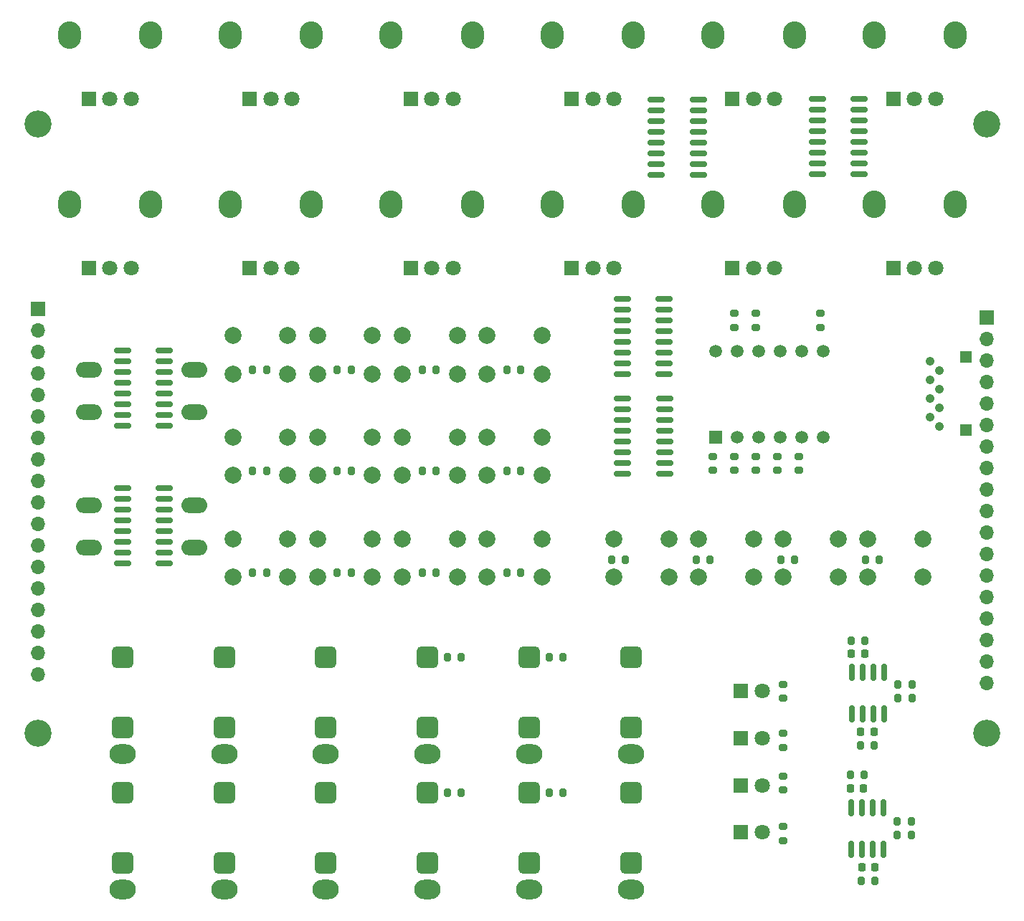
<source format=gbr>
%TF.GenerationSoftware,KiCad,Pcbnew,7.0.2*%
%TF.CreationDate,2023-08-30T17:10:08+01:00*%
%TF.ProjectId,dk2_02_top,646b325f-3032-45f7-946f-702e6b696361,rev?*%
%TF.SameCoordinates,Original*%
%TF.FileFunction,Soldermask,Bot*%
%TF.FilePolarity,Negative*%
%FSLAX46Y46*%
G04 Gerber Fmt 4.6, Leading zero omitted, Abs format (unit mm)*
G04 Created by KiCad (PCBNEW 7.0.2) date 2023-08-30 17:10:08*
%MOMM*%
%LPD*%
G01*
G04 APERTURE LIST*
G04 Aperture macros list*
%AMRoundRect*
0 Rectangle with rounded corners*
0 $1 Rounding radius*
0 $2 $3 $4 $5 $6 $7 $8 $9 X,Y pos of 4 corners*
0 Add a 4 corners polygon primitive as box body*
4,1,4,$2,$3,$4,$5,$6,$7,$8,$9,$2,$3,0*
0 Add four circle primitives for the rounded corners*
1,1,$1+$1,$2,$3*
1,1,$1+$1,$4,$5*
1,1,$1+$1,$6,$7*
1,1,$1+$1,$8,$9*
0 Add four rect primitives between the rounded corners*
20,1,$1+$1,$2,$3,$4,$5,0*
20,1,$1+$1,$4,$5,$6,$7,0*
20,1,$1+$1,$6,$7,$8,$9,0*
20,1,$1+$1,$8,$9,$2,$3,0*%
G04 Aperture macros list end*
%ADD10C,2.000000*%
%ADD11O,2.720000X3.240000*%
%ADD12R,1.800000X1.800000*%
%ADD13C,1.800000*%
%ADD14O,3.100000X2.300000*%
%ADD15RoundRect,0.650000X-0.650000X-0.650000X0.650000X-0.650000X0.650000X0.650000X-0.650000X0.650000X0*%
%ADD16C,3.200000*%
%ADD17R,1.500000X1.500000*%
%ADD18C,1.500000*%
%ADD19C,1.050000*%
%ADD20R,1.350000X1.350000*%
%ADD21O,3.048000X1.850000*%
%ADD22RoundRect,0.200000X0.200000X0.275000X-0.200000X0.275000X-0.200000X-0.275000X0.200000X-0.275000X0*%
%ADD23RoundRect,0.200000X-0.275000X0.200000X-0.275000X-0.200000X0.275000X-0.200000X0.275000X0.200000X0*%
%ADD24R,1.700000X1.700000*%
%ADD25O,1.700000X1.700000*%
%ADD26RoundRect,0.200000X0.275000X-0.200000X0.275000X0.200000X-0.275000X0.200000X-0.275000X-0.200000X0*%
%ADD27RoundRect,0.150000X0.825000X0.150000X-0.825000X0.150000X-0.825000X-0.150000X0.825000X-0.150000X0*%
%ADD28RoundRect,0.200000X-0.200000X-0.275000X0.200000X-0.275000X0.200000X0.275000X-0.200000X0.275000X0*%
%ADD29RoundRect,0.225000X0.225000X0.250000X-0.225000X0.250000X-0.225000X-0.250000X0.225000X-0.250000X0*%
%ADD30RoundRect,0.150000X-0.150000X0.825000X-0.150000X-0.825000X0.150000X-0.825000X0.150000X0.825000X0*%
G04 APERTURE END LIST*
D10*
%TO.C,SW4*%
X107000000Y-81000000D03*
X113500000Y-81000000D03*
X107000000Y-85500000D03*
X113500000Y-85500000D03*
%TD*%
%TO.C,SW10*%
X127000000Y-93000000D03*
X133500000Y-93000000D03*
X127000000Y-97500000D03*
X133500000Y-97500000D03*
%TD*%
D11*
%TO.C,RV3*%
X115700000Y-45500000D03*
X125300000Y-45500000D03*
D12*
X118000000Y-53000000D03*
D13*
X120500000Y-53000000D03*
X123000000Y-53000000D03*
%TD*%
D14*
%TO.C,J2*%
X96000000Y-130400000D03*
D15*
X96000000Y-119000000D03*
X96000000Y-127300000D03*
%TD*%
D14*
%TO.C,J13*%
X132000000Y-130400000D03*
D15*
X132000000Y-119000000D03*
X132000000Y-127300000D03*
%TD*%
D11*
%TO.C,RV8*%
X134700000Y-65500000D03*
X144300000Y-65500000D03*
D12*
X137000000Y-73000000D03*
D13*
X139500000Y-73000000D03*
X142000000Y-73000000D03*
%TD*%
D14*
%TO.C,J12*%
X120000000Y-130400000D03*
D15*
X120000000Y-119000000D03*
X120000000Y-127300000D03*
%TD*%
D10*
%TO.C,SW3*%
X97000000Y-81000000D03*
X103500000Y-81000000D03*
X97000000Y-85500000D03*
X103500000Y-85500000D03*
%TD*%
D16*
%TO.C,H1*%
X74000000Y-56000000D03*
%TD*%
D14*
%TO.C,J11*%
X144000000Y-146400000D03*
D15*
X144000000Y-135000000D03*
X144000000Y-143300000D03*
%TD*%
D11*
%TO.C,RV4*%
X134700000Y-45500000D03*
X144300000Y-45500000D03*
D12*
X137000000Y-53000000D03*
D13*
X139500000Y-53000000D03*
X142000000Y-53000000D03*
%TD*%
D11*
%TO.C,RV1*%
X77700000Y-45500000D03*
X87300000Y-45500000D03*
D12*
X80000000Y-53000000D03*
D13*
X82500000Y-53000000D03*
X85000000Y-53000000D03*
%TD*%
D11*
%TO.C,RV10*%
X172700000Y-45500000D03*
X182300000Y-45500000D03*
D12*
X175000000Y-53000000D03*
D13*
X177500000Y-53000000D03*
X180000000Y-53000000D03*
%TD*%
D14*
%TO.C,J4*%
X84000000Y-130400000D03*
D15*
X84000000Y-119000000D03*
X84000000Y-127300000D03*
%TD*%
D14*
%TO.C,J14*%
X120000000Y-146400000D03*
D15*
X120000000Y-135000000D03*
X120000000Y-143300000D03*
%TD*%
D14*
%TO.C,J15*%
X132000000Y-146400000D03*
D15*
X132000000Y-135000000D03*
X132000000Y-143300000D03*
%TD*%
D10*
%TO.C,SW5*%
X117000000Y-81000000D03*
X123500000Y-81000000D03*
X117000000Y-85500000D03*
X123500000Y-85500000D03*
%TD*%
%TO.C,SW8*%
X107000000Y-93000000D03*
X113500000Y-93000000D03*
X107000000Y-97500000D03*
X113500000Y-97500000D03*
%TD*%
D11*
%TO.C,RV7*%
X115700000Y-65500000D03*
X125300000Y-65500000D03*
D12*
X118000000Y-73000000D03*
D13*
X120500000Y-73000000D03*
X123000000Y-73000000D03*
%TD*%
D17*
%TO.C,U3*%
X154000000Y-93000000D03*
D18*
X156540000Y-93000000D03*
X159080000Y-93000000D03*
X161620000Y-93000000D03*
X164160000Y-93000000D03*
X166700000Y-93000000D03*
X166700000Y-82840000D03*
X164160000Y-82840000D03*
X161620000Y-82840000D03*
X159080000Y-82840000D03*
X156540000Y-82840000D03*
X154000000Y-82840000D03*
%TD*%
D19*
%TO.C,J6*%
X180400000Y-91700000D03*
X179300000Y-90600000D03*
X180400000Y-89500000D03*
X179300000Y-88400000D03*
X180400000Y-87300000D03*
X179300000Y-86200000D03*
X180400000Y-85100000D03*
X179300000Y-84000000D03*
D20*
X183570000Y-92150000D03*
X183570000Y-83550000D03*
%TD*%
D12*
%TO.C,D3*%
X157000000Y-134100000D03*
D13*
X159540000Y-134100000D03*
%TD*%
D11*
%TO.C,RV11*%
X153700000Y-65500000D03*
X163300000Y-65500000D03*
D12*
X156000000Y-73000000D03*
D13*
X158500000Y-73000000D03*
X161000000Y-73000000D03*
%TD*%
D11*
%TO.C,RV9*%
X153700000Y-45500000D03*
X163300000Y-45500000D03*
D12*
X156000000Y-53000000D03*
D13*
X158500000Y-53000000D03*
X161000000Y-53000000D03*
%TD*%
D14*
%TO.C,J8*%
X96000000Y-146400000D03*
D15*
X96000000Y-135000000D03*
X96000000Y-143300000D03*
%TD*%
D10*
%TO.C,SW17*%
X162000000Y-105000000D03*
X168500000Y-105000000D03*
X162000000Y-109500000D03*
X168500000Y-109500000D03*
%TD*%
%TO.C,SW15*%
X142000000Y-105000000D03*
X148500000Y-105000000D03*
X142000000Y-109500000D03*
X148500000Y-109500000D03*
%TD*%
D16*
%TO.C,H2*%
X186000000Y-56000000D03*
%TD*%
D10*
%TO.C,SW9*%
X117000000Y-93000000D03*
X123500000Y-93000000D03*
X117000000Y-97500000D03*
X123500000Y-97500000D03*
%TD*%
D12*
%TO.C,D2*%
X157000000Y-128550000D03*
D13*
X159540000Y-128550000D03*
%TD*%
D12*
%TO.C,D1*%
X157000000Y-123000000D03*
D13*
X159540000Y-123000000D03*
%TD*%
D10*
%TO.C,SW12*%
X107000000Y-105000000D03*
X113500000Y-105000000D03*
X107000000Y-109500000D03*
X113500000Y-109500000D03*
%TD*%
D14*
%TO.C,J5*%
X144000000Y-130400000D03*
D15*
X144000000Y-119000000D03*
X144000000Y-127300000D03*
%TD*%
D10*
%TO.C,SW14*%
X127000000Y-105000000D03*
X133500000Y-105000000D03*
X127000000Y-109500000D03*
X133500000Y-109500000D03*
%TD*%
D16*
%TO.C,H3*%
X74000000Y-128000000D03*
%TD*%
D12*
%TO.C,D4*%
X157000000Y-139650000D03*
D13*
X159540000Y-139650000D03*
%TD*%
D10*
%TO.C,SW6*%
X127000000Y-81000000D03*
X133500000Y-81000000D03*
X127000000Y-85500000D03*
X133500000Y-85500000D03*
%TD*%
D11*
%TO.C,RV12*%
X172700000Y-65500000D03*
X182300000Y-65500000D03*
D12*
X175000000Y-73000000D03*
D13*
X177500000Y-73000000D03*
X180000000Y-73000000D03*
%TD*%
D16*
%TO.C,H4*%
X186000000Y-128000000D03*
%TD*%
D14*
%TO.C,J9*%
X108000000Y-146400000D03*
D15*
X108000000Y-135000000D03*
X108000000Y-143300000D03*
%TD*%
D11*
%TO.C,RV6*%
X96700000Y-65500000D03*
X106300000Y-65500000D03*
D12*
X99000000Y-73000000D03*
D13*
X101500000Y-73000000D03*
X104000000Y-73000000D03*
%TD*%
D21*
%TO.C,SW1*%
X80000000Y-85000000D03*
X92500000Y-85000000D03*
X80000000Y-90000000D03*
X92500000Y-90000000D03*
%TD*%
D10*
%TO.C,SW11*%
X97000000Y-105000000D03*
X103500000Y-105000000D03*
X97000000Y-109500000D03*
X103500000Y-109500000D03*
%TD*%
D14*
%TO.C,J3*%
X108000000Y-130400000D03*
D15*
X108000000Y-119000000D03*
X108000000Y-127300000D03*
%TD*%
D11*
%TO.C,RV5*%
X77700000Y-65500000D03*
X87300000Y-65500000D03*
D12*
X80000000Y-73000000D03*
D13*
X82500000Y-73000000D03*
X85000000Y-73000000D03*
%TD*%
D10*
%TO.C,SW7*%
X97000000Y-93000000D03*
X103500000Y-93000000D03*
X97000000Y-97500000D03*
X103500000Y-97500000D03*
%TD*%
D11*
%TO.C,RV2*%
X96700000Y-45500000D03*
X106300000Y-45500000D03*
D12*
X99000000Y-53000000D03*
D13*
X101500000Y-53000000D03*
X104000000Y-53000000D03*
%TD*%
D10*
%TO.C,SW13*%
X117000000Y-105000000D03*
X123500000Y-105000000D03*
X117000000Y-109500000D03*
X123500000Y-109500000D03*
%TD*%
%TO.C,SW18*%
X172000000Y-105000000D03*
X178500000Y-105000000D03*
X172000000Y-109500000D03*
X178500000Y-109500000D03*
%TD*%
D14*
%TO.C,J10*%
X84000000Y-146400000D03*
D15*
X84000000Y-135000000D03*
X84000000Y-143300000D03*
%TD*%
D21*
%TO.C,SW2*%
X80000000Y-101000000D03*
X92500000Y-101000000D03*
X80000000Y-106000000D03*
X92500000Y-106000000D03*
%TD*%
D10*
%TO.C,SW16*%
X152000000Y-105000000D03*
X158500000Y-105000000D03*
X152000000Y-109500000D03*
X158500000Y-109500000D03*
%TD*%
D22*
%TO.C,R27*%
X163350000Y-107500000D03*
X161700000Y-107500000D03*
%TD*%
%TO.C,R29*%
X177100000Y-138400000D03*
X175450000Y-138400000D03*
%TD*%
D23*
%TO.C,R1*%
X162000000Y-122175000D03*
X162000000Y-123825000D03*
%TD*%
D22*
%TO.C,R17*%
X101000000Y-97000000D03*
X99350000Y-97000000D03*
%TD*%
%TO.C,R18*%
X111000000Y-97000000D03*
X109350000Y-97000000D03*
%TD*%
D24*
%TO.C,J1*%
X74000000Y-77820000D03*
D25*
X74000000Y-80360000D03*
X74000000Y-82900000D03*
X74000000Y-85440000D03*
X74000000Y-87980000D03*
X74000000Y-90520000D03*
X74000000Y-93060000D03*
X74000000Y-95600000D03*
X74000000Y-98140000D03*
X74000000Y-100680000D03*
X74000000Y-103220000D03*
X74000000Y-105760000D03*
X74000000Y-108300000D03*
X74000000Y-110840000D03*
X74000000Y-113380000D03*
X74000000Y-115920000D03*
X74000000Y-118460000D03*
X74000000Y-121000000D03*
%TD*%
D23*
%TO.C,R8*%
X156210000Y-95250000D03*
X156210000Y-96900000D03*
%TD*%
D22*
%TO.C,R13*%
X101000000Y-85000000D03*
X99350000Y-85000000D03*
%TD*%
%TO.C,R35*%
X177200000Y-122200000D03*
X175550000Y-122200000D03*
%TD*%
D26*
%TO.C,R6*%
X166370000Y-80010000D03*
X166370000Y-78360000D03*
%TD*%
D24*
%TO.C,J7*%
X186000000Y-78820000D03*
D25*
X186000000Y-81360000D03*
X186000000Y-83900000D03*
X186000000Y-86440000D03*
X186000000Y-88980000D03*
X186000000Y-91520000D03*
X186000000Y-94060000D03*
X186000000Y-96600000D03*
X186000000Y-99140000D03*
X186000000Y-101680000D03*
X186000000Y-104220000D03*
X186000000Y-106760000D03*
X186000000Y-109300000D03*
X186000000Y-111840000D03*
X186000000Y-114380000D03*
X186000000Y-116920000D03*
X186000000Y-119460000D03*
X186000000Y-122000000D03*
%TD*%
D23*
%TO.C,R9*%
X153670000Y-95250000D03*
X153670000Y-96900000D03*
%TD*%
D22*
%TO.C,R26*%
X153350000Y-107500000D03*
X151700000Y-107500000D03*
%TD*%
D27*
%TO.C,U6*%
X151950000Y-53110000D03*
X151950000Y-54380000D03*
X151950000Y-55650000D03*
X151950000Y-56920000D03*
X151950000Y-58190000D03*
X151950000Y-59460000D03*
X151950000Y-60730000D03*
X151950000Y-62000000D03*
X147000000Y-62000000D03*
X147000000Y-60730000D03*
X147000000Y-59460000D03*
X147000000Y-58190000D03*
X147000000Y-56920000D03*
X147000000Y-55650000D03*
X147000000Y-54380000D03*
X147000000Y-53110000D03*
%TD*%
D26*
%TO.C,R5*%
X156210000Y-80010000D03*
X156210000Y-78360000D03*
%TD*%
D27*
%TO.C,U1*%
X147950000Y-76650000D03*
X147950000Y-77920000D03*
X147950000Y-79190000D03*
X147950000Y-80460000D03*
X147950000Y-81730000D03*
X147950000Y-83000000D03*
X147950000Y-84270000D03*
X147950000Y-85540000D03*
X143000000Y-85540000D03*
X143000000Y-84270000D03*
X143000000Y-83000000D03*
X143000000Y-81730000D03*
X143000000Y-80460000D03*
X143000000Y-79190000D03*
X143000000Y-77920000D03*
X143000000Y-76650000D03*
%TD*%
D28*
%TO.C,R30*%
X122350000Y-119000000D03*
X124000000Y-119000000D03*
%TD*%
%TO.C,R36*%
X122350000Y-135000000D03*
X124000000Y-135000000D03*
%TD*%
D22*
%TO.C,R20*%
X131000000Y-97000000D03*
X129350000Y-97000000D03*
%TD*%
D23*
%TO.C,R7*%
X161290000Y-95250000D03*
X161290000Y-96900000D03*
%TD*%
%TO.C,R4*%
X162000000Y-139000000D03*
X162000000Y-140650000D03*
%TD*%
%TO.C,R12*%
X158750000Y-95250000D03*
X158750000Y-96900000D03*
%TD*%
D29*
%TO.C,C4*%
X172700000Y-127800000D03*
X171150000Y-127800000D03*
%TD*%
D22*
%TO.C,R16*%
X131000000Y-85000000D03*
X129350000Y-85000000D03*
%TD*%
D27*
%TO.C,U4*%
X88950000Y-82730000D03*
X88950000Y-84000000D03*
X88950000Y-85270000D03*
X88950000Y-86540000D03*
X88950000Y-87810000D03*
X88950000Y-89080000D03*
X88950000Y-90350000D03*
X88950000Y-91620000D03*
X84000000Y-91620000D03*
X84000000Y-90350000D03*
X84000000Y-89080000D03*
X84000000Y-87810000D03*
X84000000Y-86540000D03*
X84000000Y-85270000D03*
X84000000Y-84000000D03*
X84000000Y-82730000D03*
%TD*%
D23*
%TO.C,R11*%
X163830000Y-95250000D03*
X163830000Y-96900000D03*
%TD*%
D22*
%TO.C,R22*%
X111000000Y-109000000D03*
X109350000Y-109000000D03*
%TD*%
D27*
%TO.C,U2*%
X148000000Y-88460000D03*
X148000000Y-89730000D03*
X148000000Y-91000000D03*
X148000000Y-92270000D03*
X148000000Y-93540000D03*
X148000000Y-94810000D03*
X148000000Y-96080000D03*
X148000000Y-97350000D03*
X143050000Y-97350000D03*
X143050000Y-96080000D03*
X143050000Y-94810000D03*
X143050000Y-93540000D03*
X143050000Y-92270000D03*
X143050000Y-91000000D03*
X143050000Y-89730000D03*
X143050000Y-88460000D03*
%TD*%
%TO.C,U9*%
X170950000Y-53000000D03*
X170950000Y-54270000D03*
X170950000Y-55540000D03*
X170950000Y-56810000D03*
X170950000Y-58080000D03*
X170950000Y-59350000D03*
X170950000Y-60620000D03*
X170950000Y-61890000D03*
X166000000Y-61890000D03*
X166000000Y-60620000D03*
X166000000Y-59350000D03*
X166000000Y-58080000D03*
X166000000Y-56810000D03*
X166000000Y-55540000D03*
X166000000Y-54270000D03*
X166000000Y-53000000D03*
%TD*%
D22*
%TO.C,R15*%
X121000000Y-85000000D03*
X119350000Y-85000000D03*
%TD*%
D29*
%TO.C,C2*%
X172800000Y-143800000D03*
X171250000Y-143800000D03*
%TD*%
D23*
%TO.C,R2*%
X162000000Y-128000000D03*
X162000000Y-129650000D03*
%TD*%
D26*
%TO.C,R10*%
X158750000Y-80010000D03*
X158750000Y-78360000D03*
%TD*%
D29*
%TO.C,C1*%
X171500000Y-134500000D03*
X169950000Y-134500000D03*
%TD*%
D22*
%TO.C,R28*%
X173350000Y-107500000D03*
X171700000Y-107500000D03*
%TD*%
%TO.C,R34*%
X172850000Y-145400000D03*
X171200000Y-145400000D03*
%TD*%
%TO.C,R33*%
X171550000Y-132900000D03*
X169900000Y-132900000D03*
%TD*%
%TO.C,R21*%
X101000000Y-109000000D03*
X99350000Y-109000000D03*
%TD*%
D30*
%TO.C,U7*%
X170045000Y-136725000D03*
X171315000Y-136725000D03*
X172585000Y-136725000D03*
X173855000Y-136725000D03*
X173855000Y-141675000D03*
X172585000Y-141675000D03*
X171315000Y-141675000D03*
X170045000Y-141675000D03*
%TD*%
D29*
%TO.C,C3*%
X171600000Y-118600000D03*
X170050000Y-118600000D03*
%TD*%
D22*
%TO.C,R25*%
X143350000Y-107500000D03*
X141700000Y-107500000D03*
%TD*%
%TO.C,R14*%
X111000000Y-85000000D03*
X109350000Y-85000000D03*
%TD*%
%TO.C,R23*%
X121000000Y-109000000D03*
X119350000Y-109000000D03*
%TD*%
D30*
%TO.C,U8*%
X170080000Y-120725000D03*
X171350000Y-120725000D03*
X172620000Y-120725000D03*
X173890000Y-120725000D03*
X173890000Y-125675000D03*
X172620000Y-125675000D03*
X171350000Y-125675000D03*
X170080000Y-125675000D03*
%TD*%
D27*
%TO.C,U5*%
X88950000Y-99000000D03*
X88950000Y-100270000D03*
X88950000Y-101540000D03*
X88950000Y-102810000D03*
X88950000Y-104080000D03*
X88950000Y-105350000D03*
X88950000Y-106620000D03*
X88950000Y-107890000D03*
X84000000Y-107890000D03*
X84000000Y-106620000D03*
X84000000Y-105350000D03*
X84000000Y-104080000D03*
X84000000Y-102810000D03*
X84000000Y-101540000D03*
X84000000Y-100270000D03*
X84000000Y-99000000D03*
%TD*%
D22*
%TO.C,R31*%
X177100000Y-140000000D03*
X175450000Y-140000000D03*
%TD*%
%TO.C,R39*%
X171650000Y-117000000D03*
X170000000Y-117000000D03*
%TD*%
D28*
%TO.C,R32*%
X134350000Y-119000000D03*
X136000000Y-119000000D03*
%TD*%
D23*
%TO.C,R3*%
X162000000Y-133000000D03*
X162000000Y-134650000D03*
%TD*%
D22*
%TO.C,R37*%
X177200000Y-123800000D03*
X175550000Y-123800000D03*
%TD*%
D28*
%TO.C,R38*%
X134350000Y-135000000D03*
X136000000Y-135000000D03*
%TD*%
D22*
%TO.C,R40*%
X172750000Y-129400000D03*
X171100000Y-129400000D03*
%TD*%
%TO.C,R19*%
X121000000Y-97000000D03*
X119350000Y-97000000D03*
%TD*%
%TO.C,R24*%
X131000000Y-109000000D03*
X129350000Y-109000000D03*
%TD*%
M02*

</source>
